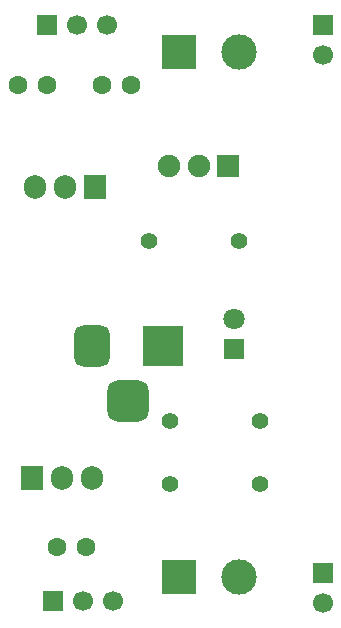
<source format=gts>
%TF.GenerationSoftware,KiCad,Pcbnew,9.0.4*%
%TF.CreationDate,2026-02-14T22:34:29+05:30*%
%TF.ProjectId,Breadboard_PowerSupply,42726561-6462-46f6-9172-645f506f7765,rev?*%
%TF.SameCoordinates,Original*%
%TF.FileFunction,Soldermask,Top*%
%TF.FilePolarity,Negative*%
%FSLAX46Y46*%
G04 Gerber Fmt 4.6, Leading zero omitted, Abs format (unit mm)*
G04 Created by KiCad (PCBNEW 9.0.4) date 2026-02-14 22:34:29*
%MOMM*%
%LPD*%
G01*
G04 APERTURE LIST*
G04 Aperture macros list*
%AMRoundRect*
0 Rectangle with rounded corners*
0 $1 Rounding radius*
0 $2 $3 $4 $5 $6 $7 $8 $9 X,Y pos of 4 corners*
0 Add a 4 corners polygon primitive as box body*
4,1,4,$2,$3,$4,$5,$6,$7,$8,$9,$2,$3,0*
0 Add four circle primitives for the rounded corners*
1,1,$1+$1,$2,$3*
1,1,$1+$1,$4,$5*
1,1,$1+$1,$6,$7*
1,1,$1+$1,$8,$9*
0 Add four rect primitives between the rounded corners*
20,1,$1+$1,$2,$3,$4,$5,0*
20,1,$1+$1,$4,$5,$6,$7,0*
20,1,$1+$1,$6,$7,$8,$9,0*
20,1,$1+$1,$8,$9,$2,$3,0*%
G04 Aperture macros list end*
%ADD10C,1.400000*%
%ADD11R,3.000000X3.000000*%
%ADD12C,3.000000*%
%ADD13R,1.900000X1.900000*%
%ADD14C,1.900000*%
%ADD15C,1.600000*%
%ADD16R,1.700000X1.700000*%
%ADD17C,1.700000*%
%ADD18R,1.905000X2.000000*%
%ADD19O,1.905000X2.000000*%
%ADD20R,3.500000X3.500000*%
%ADD21RoundRect,0.750000X-0.750000X-1.000000X0.750000X-1.000000X0.750000X1.000000X-0.750000X1.000000X0*%
%ADD22RoundRect,0.875000X-0.875000X-0.875000X0.875000X-0.875000X0.875000X0.875000X-0.875000X0.875000X0*%
%ADD23R,1.800000X1.800000*%
%ADD24C,1.800000*%
G04 APERTURE END LIST*
D10*
%TO.C,R2*%
X151892000Y-80010000D03*
X144272000Y-80010000D03*
%TD*%
D11*
%TO.C,J5*%
X146812000Y-64008000D03*
D12*
X151892000Y-64008000D03*
%TD*%
D13*
%TO.C,S1*%
X150950000Y-73660000D03*
D14*
X148450000Y-73660000D03*
X145950000Y-73660000D03*
%TD*%
D10*
%TO.C,R1*%
X146050000Y-100584000D03*
X153670000Y-100584000D03*
%TD*%
%TO.C,R3*%
X146050000Y-95250000D03*
X153670000Y-95250000D03*
%TD*%
D12*
%TO.C,J7*%
X151892000Y-108458000D03*
D11*
X146812000Y-108458000D03*
%TD*%
D15*
%TO.C,C1*%
X142748000Y-66802000D03*
X140248000Y-66802000D03*
%TD*%
%TO.C,C3*%
X138938000Y-105918000D03*
X136438000Y-105918000D03*
%TD*%
%TO.C,C2*%
X135616000Y-66802000D03*
X133116000Y-66802000D03*
%TD*%
D16*
%TO.C,J1*%
X159004000Y-61778000D03*
D17*
X159004000Y-64318000D03*
%TD*%
D16*
%TO.C,J2*%
X159004000Y-108138000D03*
D17*
X159004000Y-110678000D03*
%TD*%
D16*
%TO.C,J3*%
X135636000Y-61722000D03*
D17*
X138176000Y-61722000D03*
X140716000Y-61722000D03*
%TD*%
D16*
%TO.C,J4*%
X136144000Y-110490000D03*
D17*
X138684000Y-110490000D03*
X141224000Y-110490000D03*
%TD*%
D18*
%TO.C,U1*%
X139700000Y-75438000D03*
D19*
X137160000Y-75438000D03*
X134620000Y-75438000D03*
%TD*%
D20*
%TO.C,J6*%
X145446000Y-88900000D03*
D21*
X139446000Y-88900000D03*
D22*
X142446000Y-93600000D03*
%TD*%
D18*
%TO.C,U2*%
X134366000Y-100076000D03*
D19*
X136906000Y-100076000D03*
X139446000Y-100076000D03*
%TD*%
D23*
%TO.C,D1*%
X151410000Y-89154000D03*
D24*
X151410000Y-86614000D03*
%TD*%
M02*

</source>
